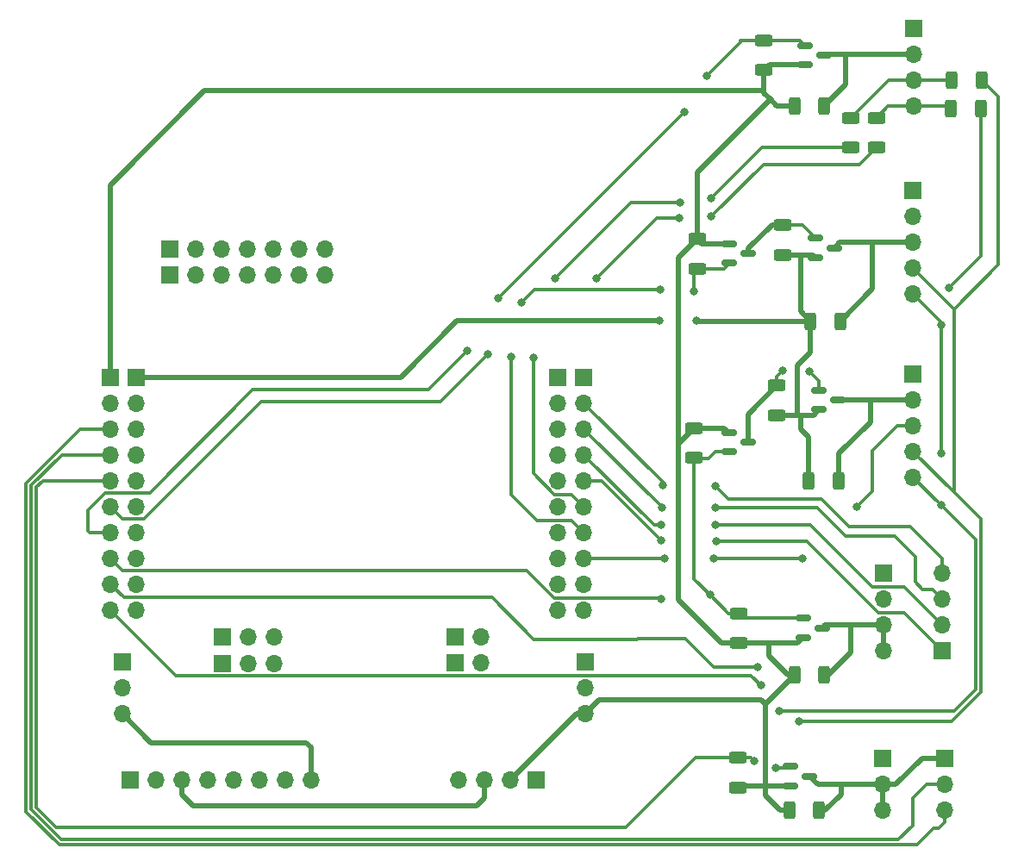
<source format=gbr>
%TF.GenerationSoftware,KiCad,Pcbnew,(6.0.9)*%
%TF.CreationDate,2023-05-03T01:49:20-07:00*%
%TF.ProjectId,Air-Quality-PCB,4169722d-5175-4616-9c69-74792d504342,rev?*%
%TF.SameCoordinates,Original*%
%TF.FileFunction,Copper,L1,Top*%
%TF.FilePolarity,Positive*%
%FSLAX46Y46*%
G04 Gerber Fmt 4.6, Leading zero omitted, Abs format (unit mm)*
G04 Created by KiCad (PCBNEW (6.0.9)) date 2023-05-03 01:49:20*
%MOMM*%
%LPD*%
G01*
G04 APERTURE LIST*
G04 Aperture macros list*
%AMRoundRect*
0 Rectangle with rounded corners*
0 $1 Rounding radius*
0 $2 $3 $4 $5 $6 $7 $8 $9 X,Y pos of 4 corners*
0 Add a 4 corners polygon primitive as box body*
4,1,4,$2,$3,$4,$5,$6,$7,$8,$9,$2,$3,0*
0 Add four circle primitives for the rounded corners*
1,1,$1+$1,$2,$3*
1,1,$1+$1,$4,$5*
1,1,$1+$1,$6,$7*
1,1,$1+$1,$8,$9*
0 Add four rect primitives between the rounded corners*
20,1,$1+$1,$2,$3,$4,$5,0*
20,1,$1+$1,$4,$5,$6,$7,0*
20,1,$1+$1,$6,$7,$8,$9,0*
20,1,$1+$1,$8,$9,$2,$3,0*%
G04 Aperture macros list end*
%TA.AperFunction,ComponentPad*%
%ADD10R,1.700000X1.700000*%
%TD*%
%TA.AperFunction,ComponentPad*%
%ADD11O,1.700000X1.700000*%
%TD*%
%TA.AperFunction,SMDPad,CuDef*%
%ADD12RoundRect,0.250000X0.312500X0.625000X-0.312500X0.625000X-0.312500X-0.625000X0.312500X-0.625000X0*%
%TD*%
%TA.AperFunction,SMDPad,CuDef*%
%ADD13RoundRect,0.250000X0.625000X-0.312500X0.625000X0.312500X-0.625000X0.312500X-0.625000X-0.312500X0*%
%TD*%
%TA.AperFunction,SMDPad,CuDef*%
%ADD14RoundRect,0.250000X-0.312500X-0.625000X0.312500X-0.625000X0.312500X0.625000X-0.312500X0.625000X0*%
%TD*%
%TA.AperFunction,SMDPad,CuDef*%
%ADD15RoundRect,0.150000X-0.587500X-0.150000X0.587500X-0.150000X0.587500X0.150000X-0.587500X0.150000X0*%
%TD*%
%TA.AperFunction,ViaPad*%
%ADD16C,0.800000*%
%TD*%
%TA.AperFunction,Conductor*%
%ADD17C,0.300000*%
%TD*%
%TA.AperFunction,Conductor*%
%ADD18C,0.500000*%
%TD*%
G04 APERTURE END LIST*
D10*
%TO.P,J11,1,Pin_1*%
%TO.N,unconnected-(J11-Pad1)*%
X156960000Y-96500000D03*
D11*
%TO.P,J11,2,Pin_2*%
%TO.N,unconnected-(J11-Pad2)*%
X156960000Y-99040000D03*
%TO.P,J11,3,Pin_3*%
%TO.N,unconnected-(J11-Pad3)*%
X156960000Y-101580000D03*
%TO.P,J11,4,Pin_4*%
%TO.N,unconnected-(J11-Pad4)*%
X156960000Y-104120000D03*
%TO.P,J11,5,Pin_5*%
%TO.N,unconnected-(J11-Pad5)*%
X156960000Y-106660000D03*
%TO.P,J11,6,Pin_6*%
%TO.N,unconnected-(J11-Pad6)*%
X156960000Y-109200000D03*
%TO.P,J11,7,Pin_7*%
%TO.N,unconnected-(J11-Pad7)*%
X156960000Y-111740000D03*
%TO.P,J11,8,Pin_8*%
%TO.N,unconnected-(J11-Pad8)*%
X156960000Y-114280000D03*
%TO.P,J11,9,Pin_9*%
%TO.N,unconnected-(J11-Pad9)*%
X156960000Y-116820000D03*
%TO.P,J11,10,Pin_10*%
%TO.N,unconnected-(J11-Pad10)*%
X156960000Y-119360000D03*
%TD*%
D10*
%TO.P,J13,1,Pin_1*%
%TO.N,GND*%
X159510000Y-96500000D03*
D11*
%TO.P,J13,2,Pin_2*%
%TO.N,ULTRA_ECHO_2*%
X159510000Y-99040000D03*
%TO.P,J13,3,Pin_3*%
%TO.N,ULTRA_TRIG_2*%
X159510000Y-101580000D03*
%TO.P,J13,4,Pin_4*%
%TO.N,ULTRA_ECHO_1*%
X159510000Y-104120000D03*
%TO.P,J13,5,Pin_5*%
%TO.N,ULTRA_TRIG_1*%
X159510000Y-106660000D03*
%TO.P,J13,6,Pin_6*%
%TO.N,I2C_1 SDA*%
X159510000Y-109200000D03*
%TO.P,J13,7,Pin_7*%
%TO.N,I2C_1 SCL*%
X159510000Y-111740000D03*
%TO.P,J13,8,Pin_8*%
%TO.N,HOT_WIRE*%
X159510000Y-114280000D03*
%TO.P,J13,9,Pin_9*%
%TO.N,unconnected-(J13-Pad9)*%
X159510000Y-116820000D03*
%TO.P,J13,10,Pin_10*%
%TO.N,unconnected-(J13-Pad10)*%
X159510000Y-119360000D03*
%TD*%
D10*
%TO.P,J5,1,Pin_1*%
%TO.N,unconnected-(J5-Pad1)*%
X123965000Y-122030000D03*
D11*
%TO.P,J5,2,Pin_2*%
%TO.N,unconnected-(J5-Pad2)*%
X126505000Y-122030000D03*
%TO.P,J5,3,Pin_3*%
%TO.N,unconnected-(J5-Pad3)*%
X129045000Y-122030000D03*
%TD*%
%TO.P,J10,2,Pin_2*%
%TO.N,unconnected-(J10-Pad2)*%
X149435000Y-121990000D03*
D10*
%TO.P,J10,1,Pin_1*%
%TO.N,unconnected-(J10-Pad1)*%
X146895000Y-121990000D03*
%TD*%
D11*
%TO.P,J12,2,Pin_2*%
%TO.N,unconnected-(J12-Pad2)*%
X149440000Y-124540000D03*
D10*
%TO.P,J12,1,Pin_1*%
%TO.N,unconnected-(J12-Pad1)*%
X146900000Y-124540000D03*
%TD*%
%TO.P,J14,1,Pin_1*%
%TO.N,GND*%
X159620000Y-124460000D03*
D11*
%TO.P,J14,2,Pin_2*%
X159620000Y-127000000D03*
%TO.P,J14,3,Pin_3*%
%TO.N,3.3V*%
X159620000Y-129540000D03*
%TD*%
D10*
%TO.P,J2,1,Pin_1*%
%TO.N,3.3V*%
X112990000Y-96480000D03*
D11*
%TO.P,J2,2,Pin_2*%
%TO.N,unconnected-(J2-Pad2)*%
X112990000Y-99020000D03*
%TO.P,J2,3,Pin_3*%
%TO.N,RX*%
X112990000Y-101560000D03*
%TO.P,J2,4,Pin_4*%
%TO.N,TX*%
X112990000Y-104100000D03*
%TO.P,J2,5,Pin_5*%
%TO.N,SMARTMESH_SLEEP*%
X112990000Y-106640000D03*
%TO.P,J2,6,Pin_6*%
%TO.N,PM_SLEEP*%
X112990000Y-109180000D03*
%TO.P,J2,7,Pin_7*%
%TO.N,CO2_SLEEP*%
X112990000Y-111720000D03*
%TO.P,J2,8,Pin_8*%
%TO.N,ANEM_SLEEP*%
X112990000Y-114260000D03*
%TO.P,J2,9,Pin_9*%
%TO.N,I2C_0 SCL*%
X112990000Y-116800000D03*
%TO.P,J2,10,Pin_10*%
%TO.N,I2C_0 SDA*%
X112990000Y-119340000D03*
%TD*%
%TO.P,J4,10,Pin_10*%
%TO.N,unconnected-(J4-Pad10)*%
X115530000Y-119340000D03*
%TO.P,J4,9,Pin_9*%
%TO.N,unconnected-(J4-Pad9)*%
X115530000Y-116800000D03*
%TO.P,J4,8,Pin_8*%
%TO.N,unconnected-(J4-Pad8)*%
X115530000Y-114260000D03*
%TO.P,J4,7,Pin_7*%
%TO.N,unconnected-(J4-Pad7)*%
X115530000Y-111720000D03*
%TO.P,J4,6,Pin_6*%
%TO.N,unconnected-(J4-Pad6)*%
X115530000Y-109180000D03*
%TO.P,J4,5,Pin_5*%
%TO.N,unconnected-(J4-Pad5)*%
X115530000Y-106640000D03*
%TO.P,J4,4,Pin_4*%
%TO.N,unconnected-(J4-Pad4)*%
X115530000Y-104100000D03*
%TO.P,J4,3,Pin_3*%
%TO.N,unconnected-(J4-Pad3)*%
X115530000Y-101560000D03*
%TO.P,J4,2,Pin_2*%
%TO.N,GND*%
X115530000Y-99020000D03*
D10*
%TO.P,J4,1,Pin_1*%
%TO.N,5V*%
X115530000Y-96480000D03*
%TD*%
%TO.P,J8,1,Pin_1*%
%TO.N,unconnected-(J8-Pad1)*%
X118835000Y-86400000D03*
D11*
%TO.P,J8,2,Pin_2*%
%TO.N,unconnected-(J8-Pad2)*%
X121375000Y-86400000D03*
%TO.P,J8,3,Pin_3*%
%TO.N,unconnected-(J8-Pad3)*%
X123915000Y-86400000D03*
%TO.P,J8,4,Pin_4*%
%TO.N,unconnected-(J8-Pad4)*%
X126455000Y-86400000D03*
%TO.P,J8,5,Pin_5*%
%TO.N,unconnected-(J8-Pad5)*%
X128995000Y-86400000D03*
%TO.P,J8,6,Pin_6*%
%TO.N,unconnected-(J8-Pad6)*%
X131535000Y-86400000D03*
%TO.P,J8,7,Pin_7*%
%TO.N,unconnected-(J8-Pad7)*%
X134075000Y-86400000D03*
%TD*%
D10*
%TO.P,J7,1,Pin_1*%
%TO.N,unconnected-(J7-Pad1)*%
X118850000Y-83870000D03*
D11*
%TO.P,J7,2,Pin_2*%
%TO.N,unconnected-(J7-Pad2)*%
X121390000Y-83870000D03*
%TO.P,J7,3,Pin_3*%
%TO.N,unconnected-(J7-Pad3)*%
X123930000Y-83870000D03*
%TO.P,J7,4,Pin_4*%
%TO.N,unconnected-(J7-Pad4)*%
X126470000Y-83870000D03*
%TO.P,J7,5,Pin_5*%
%TO.N,unconnected-(J7-Pad5)*%
X129010000Y-83870000D03*
%TO.P,J7,6,Pin_6*%
%TO.N,unconnected-(J7-Pad6)*%
X131550000Y-83870000D03*
%TO.P,J7,7,Pin_7*%
%TO.N,unconnected-(J7-Pad7)*%
X134090000Y-83870000D03*
%TD*%
D10*
%TO.P,J1,1,Pin_1*%
%TO.N,GND*%
X114160000Y-124460000D03*
D11*
%TO.P,J1,2,Pin_2*%
X114160000Y-127000000D03*
%TO.P,J1,3,Pin_3*%
%TO.N,5V+*%
X114160000Y-129540000D03*
%TD*%
D12*
%TO.P,R15,2*%
%TO.N,Net-(J17-Pad3)*%
X195647500Y-67290000D03*
%TO.P,R15,1*%
%TO.N,I2C_0 SCL*%
X198572500Y-67290000D03*
%TD*%
D13*
%TO.P,R13,2*%
%TO.N,Net-(J17-Pad3)*%
X185760000Y-71007500D03*
%TO.P,R13,1*%
%TO.N,I2C_1 SCL*%
X185760000Y-73932500D03*
%TD*%
D14*
%TO.P,R5,2*%
%TO.N,Net-(J15-Pad2)*%
X182592500Y-139040000D03*
%TO.P,R5,1*%
%TO.N,3.3V*%
X179667500Y-139040000D03*
%TD*%
D10*
%TO.P,J16,1,Pin_1*%
%TO.N,GND*%
X188920000Y-115770000D03*
D11*
%TO.P,J16,2,Pin_2*%
X188920000Y-118310000D03*
%TO.P,J16,3,Pin_3*%
%TO.N,Net-(J16-Pad3)*%
X188920000Y-120850000D03*
%TO.P,J16,4,Pin_4*%
X188920000Y-123390000D03*
%TD*%
D14*
%TO.P,R12,1*%
%TO.N,5V*%
X181607500Y-106680000D03*
%TO.P,R12,2*%
%TO.N,Net-(J18-Pad2)*%
X184532500Y-106680000D03*
%TD*%
D10*
%TO.P,J20,1,Pin_1*%
%TO.N,ULTRA_TRIG_1*%
X194700000Y-123340000D03*
D11*
%TO.P,J20,2,Pin_2*%
%TO.N,ULTRA_ECHO_1*%
X194700000Y-120800000D03*
%TO.P,J20,3,Pin_3*%
%TO.N,ULTRA_TRIG_2*%
X194700000Y-118260000D03*
%TO.P,J20,4,Pin_4*%
%TO.N,ULTRA_ECHO_2*%
X194700000Y-115720000D03*
%TD*%
D15*
%TO.P,Q5,3,D*%
%TO.N,Net-(J17-Pad2)*%
X183087500Y-64820000D03*
%TO.P,Q5,2,S*%
%TO.N,3.3V*%
X181212500Y-65770000D03*
%TO.P,Q5,1,G*%
%TO.N,CO2_SLEEP*%
X181212500Y-63870000D03*
%TD*%
D13*
%TO.P,R14,2*%
%TO.N,Net-(J17-Pad4)*%
X188250000Y-71007500D03*
%TO.P,R14,1*%
%TO.N,I2C_1 SDA*%
X188250000Y-73932500D03*
%TD*%
D14*
%TO.P,R3,1*%
%TO.N,3.3V*%
X180177500Y-125730000D03*
%TO.P,R3,2*%
%TO.N,Net-(J16-Pad3)*%
X183102500Y-125730000D03*
%TD*%
D11*
%TO.P,J3,8,Pin_8*%
%TO.N,5V+*%
X132695000Y-136090000D03*
%TO.P,J3,7,Pin_7*%
%TO.N,GND*%
X130155000Y-136090000D03*
%TO.P,J3,6,Pin_6*%
%TO.N,unconnected-(J3-Pad6)*%
X127615000Y-136090000D03*
%TO.P,J3,5,Pin_5*%
%TO.N,GND*%
X125075000Y-136090000D03*
%TO.P,J3,4,Pin_4*%
%TO.N,unconnected-(J3-Pad4)*%
X122535000Y-136090000D03*
%TO.P,J3,3,Pin_3*%
%TO.N,BAT*%
X119995000Y-136090000D03*
%TO.P,J3,2,Pin_2*%
%TO.N,GND*%
X117455000Y-136090000D03*
D10*
%TO.P,J3,1,Pin_1*%
%TO.N,unconnected-(J3-Pad1)*%
X114915000Y-136090000D03*
%TD*%
D15*
%TO.P,Q2,1,G*%
%TO.N,SMARTMESH_SLEEP*%
X179822500Y-134730000D03*
%TO.P,Q2,2,S*%
%TO.N,3.3V*%
X179822500Y-136630000D03*
%TO.P,Q2,3,D*%
%TO.N,Net-(J15-Pad2)*%
X181697500Y-135680000D03*
%TD*%
D13*
%TO.P,R6,1*%
%TO.N,ANEM_SLEEP*%
X170330000Y-104392500D03*
%TO.P,R6,2*%
%TO.N,3.3V*%
X170330000Y-101467500D03*
%TD*%
D15*
%TO.P,Q6,1,G*%
%TO.N,Net-(Q3-Pad3)*%
X182232500Y-82820000D03*
%TO.P,Q6,2,S*%
%TO.N,5V*%
X182232500Y-84720000D03*
%TO.P,Q6,3,D*%
%TO.N,Net-(J19-Pad3)*%
X184107500Y-83770000D03*
%TD*%
%TO.P,Q1,1,G*%
%TO.N,ANEM_SLEEP*%
X181042500Y-120170000D03*
%TO.P,Q1,2,S*%
%TO.N,3.3V*%
X181042500Y-122070000D03*
%TO.P,Q1,3,D*%
%TO.N,Net-(J16-Pad3)*%
X182917500Y-121120000D03*
%TD*%
D10*
%TO.P,J21,1,Pin_1*%
%TO.N,Net-(J15-Pad2)*%
X194960000Y-133915000D03*
D11*
%TO.P,J21,2,Pin_2*%
%TO.N,TX*%
X194960000Y-136455000D03*
%TO.P,J21,3,Pin_3*%
%TO.N,RX*%
X194960000Y-138995000D03*
%TD*%
D10*
%TO.P,J15,1,Pin_1*%
%TO.N,GND*%
X188880000Y-133955000D03*
D11*
%TO.P,J15,2,Pin_2*%
%TO.N,Net-(J15-Pad2)*%
X188880000Y-136495000D03*
%TO.P,J15,3,Pin_3*%
X188880000Y-139035000D03*
%TD*%
D13*
%TO.P,R11,1*%
%TO.N,5V*%
X178460000Y-100212500D03*
%TO.P,R11,2*%
%TO.N,Net-(Q4-Pad3)*%
X178460000Y-97287500D03*
%TD*%
D15*
%TO.P,Q7,1,G*%
%TO.N,Net-(Q4-Pad3)*%
X182602500Y-97780000D03*
%TO.P,Q7,2,S*%
%TO.N,5V*%
X182602500Y-99680000D03*
%TO.P,Q7,3,D*%
%TO.N,Net-(J18-Pad2)*%
X184477500Y-98730000D03*
%TD*%
D10*
%TO.P,J19,1,Pin_1*%
%TO.N,GND*%
X191815000Y-78150000D03*
D11*
%TO.P,J19,2,Pin_2*%
X191815000Y-80690000D03*
%TO.P,J19,3,Pin_3*%
%TO.N,Net-(J19-Pad3)*%
X191815000Y-83230000D03*
%TO.P,J19,4,Pin_4*%
%TO.N,I2C_0 SCL*%
X191815000Y-85770000D03*
%TO.P,J19,5,Pin_5*%
%TO.N,I2C_0 SDA*%
X191815000Y-88310000D03*
%TD*%
D15*
%TO.P,Q3,1,G*%
%TO.N,3.3V*%
X173812500Y-83380000D03*
%TO.P,Q3,2,S*%
%TO.N,PM_SLEEP*%
X173812500Y-85280000D03*
%TO.P,Q3,3,D*%
%TO.N,Net-(Q3-Pad3)*%
X175687500Y-84330000D03*
%TD*%
D12*
%TO.P,R16,1*%
%TO.N,I2C_0 SDA*%
X198502500Y-70080000D03*
%TO.P,R16,2*%
%TO.N,Net-(J17-Pad4)*%
X195577500Y-70080000D03*
%TD*%
D14*
%TO.P,R9,2*%
%TO.N,Net-(J17-Pad2)*%
X183112500Y-69800000D03*
%TO.P,R9,1*%
%TO.N,3.3V*%
X180187500Y-69800000D03*
%TD*%
D13*
%TO.P,R7,2*%
%TO.N,CO2_SLEEP*%
X177200000Y-63387500D03*
%TO.P,R7,1*%
%TO.N,3.3V*%
X177200000Y-66312500D03*
%TD*%
D10*
%TO.P,J18,1,Pin_1*%
%TO.N,GND*%
X191835000Y-96140000D03*
D11*
%TO.P,J18,2,Pin_2*%
%TO.N,Net-(J18-Pad2)*%
X191835000Y-98680000D03*
%TO.P,J18,3,Pin_3*%
%TO.N,HOT_WIRE*%
X191835000Y-101220000D03*
%TO.P,J18,4,Pin_4*%
%TO.N,I2C_0 SCL*%
X191835000Y-103760000D03*
%TO.P,J18,5,Pin_5*%
%TO.N,I2C_0 SDA*%
X191835000Y-106300000D03*
%TD*%
D14*
%TO.P,R10,1*%
%TO.N,5V*%
X181767500Y-90970000D03*
%TO.P,R10,2*%
%TO.N,Net-(J19-Pad3)*%
X184692500Y-90970000D03*
%TD*%
D11*
%TO.P,J17,4,Pin_4*%
%TO.N,Net-(J17-Pad4)*%
X191920000Y-69880000D03*
%TO.P,J17,3,Pin_3*%
%TO.N,Net-(J17-Pad3)*%
X191920000Y-67340000D03*
%TO.P,J17,2,Pin_2*%
%TO.N,Net-(J17-Pad2)*%
X191920000Y-64800000D03*
D10*
%TO.P,J17,1,Pin_1*%
%TO.N,GND*%
X191920000Y-62260000D03*
%TD*%
%TO.P,J9,1,Pin_1*%
%TO.N,GND*%
X154820000Y-136090000D03*
D11*
%TO.P,J9,2,Pin_2*%
%TO.N,3.3V*%
X152280000Y-136090000D03*
%TO.P,J9,3,Pin_3*%
%TO.N,BAT*%
X149740000Y-136090000D03*
%TO.P,J9,4,Pin_4*%
%TO.N,unconnected-(J9-Pad4)*%
X147200000Y-136090000D03*
%TD*%
D13*
%TO.P,R1,1*%
%TO.N,3.3V*%
X174720000Y-122602500D03*
%TO.P,R1,2*%
%TO.N,ANEM_SLEEP*%
X174720000Y-119677500D03*
%TD*%
%TO.P,R8,1*%
%TO.N,5V*%
X179020000Y-84462500D03*
%TO.P,R8,2*%
%TO.N,Net-(Q3-Pad3)*%
X179020000Y-81537500D03*
%TD*%
%TO.P,R2,1*%
%TO.N,3.3V*%
X174630000Y-136772500D03*
%TO.P,R2,2*%
%TO.N,SMARTMESH_SLEEP*%
X174630000Y-133847500D03*
%TD*%
D15*
%TO.P,Q4,1,G*%
%TO.N,3.3V*%
X173742500Y-101910000D03*
%TO.P,Q4,2,S*%
%TO.N,ANEM_SLEEP*%
X173742500Y-103810000D03*
%TO.P,Q4,3,D*%
%TO.N,Net-(Q4-Pad3)*%
X175617500Y-102860000D03*
%TD*%
D11*
%TO.P,J6,3,Pin_3*%
%TO.N,unconnected-(J6-Pad3)*%
X129055000Y-124580000D03*
%TO.P,J6,2,Pin_2*%
%TO.N,unconnected-(J6-Pad2)*%
X126515000Y-124580000D03*
D10*
%TO.P,J6,1,Pin_1*%
%TO.N,unconnected-(J6-Pad1)*%
X123975000Y-124580000D03*
%TD*%
D13*
%TO.P,R4,1*%
%TO.N,PM_SLEEP*%
X170610000Y-85822500D03*
%TO.P,R4,2*%
%TO.N,3.3V*%
X170610000Y-82897500D03*
%TD*%
D16*
%TO.N,CO2_SLEEP*%
X169370000Y-70470000D03*
X171620000Y-66860000D03*
%TO.N,ANEM_SLEEP*%
X171885000Y-117835000D03*
X167070000Y-118300000D03*
%TO.N,I2C_0 SDA*%
X194620000Y-91340000D03*
X195370000Y-87730000D03*
%TO.N,I2C_1 SCL*%
X172030000Y-78880000D03*
X168960000Y-79290000D03*
X156710000Y-86730000D03*
X152400000Y-94440000D03*
%TO.N,I2C_1 SDA*%
X172040000Y-80710000D03*
X168900000Y-80830000D03*
X160750000Y-86780000D03*
X154540000Y-94520000D03*
%TO.N,PM_SLEEP*%
X170320000Y-88000000D03*
X153400000Y-89160000D03*
X150090000Y-94210000D03*
X167020000Y-87910000D03*
%TO.N,CO2_SLEEP*%
X151130000Y-88710000D03*
X148040000Y-93910000D03*
%TO.N,HOT_WIRE*%
X186300000Y-109210000D03*
X172280000Y-114290000D03*
X181000000Y-114290000D03*
X167470000Y-114300000D03*
%TO.N,I2C_0 SDA*%
X194602500Y-109067500D03*
X194620000Y-104000000D03*
%TO.N,I2C_0 SCL*%
X180610000Y-130310000D03*
X176560000Y-124990000D03*
%TO.N,I2C_0 SDA*%
X178710000Y-129300000D03*
X176900000Y-126760000D03*
%TO.N,5V*%
X166950000Y-90930000D03*
X170580000Y-90950000D03*
%TO.N,ULTRA_ECHO_2*%
X167230000Y-107120000D03*
X172390000Y-107150000D03*
%TO.N,ULTRA_TRIG_2*%
X172410000Y-109300000D03*
X167180000Y-109300000D03*
%TO.N,ULTRA_ECHO_1*%
X172460000Y-111010000D03*
X167110000Y-110990000D03*
%TO.N,ULTRA_TRIG_1*%
X172500000Y-112590000D03*
X167070000Y-112470000D03*
%TO.N,Net-(Q4-Pad3)*%
X179060000Y-95850000D03*
X181620000Y-95900000D03*
%TO.N,SMARTMESH_SLEEP*%
X178320000Y-134830000D03*
X176230000Y-134210000D03*
%TD*%
D17*
%TO.N,CO2_SLEEP*%
X174892500Y-63587500D02*
X171620000Y-66860000D01*
X174892500Y-63387500D02*
X174892500Y-63587500D01*
D18*
%TO.N,3.3V*%
X122250000Y-68340000D02*
X177080000Y-68340000D01*
X177080000Y-68340000D02*
X177200000Y-68220000D01*
X112990000Y-96480000D02*
X112990000Y-77600000D01*
X177200000Y-68220000D02*
X177200000Y-66312500D01*
X177200000Y-68560000D02*
X177200000Y-68220000D01*
X112990000Y-77600000D02*
X122250000Y-68340000D01*
D17*
%TO.N,ANEM_SLEEP*%
X171885000Y-117835000D02*
X170330000Y-116280000D01*
X173727500Y-119677500D02*
X171885000Y-117835000D01*
X156602943Y-118160000D02*
X166930000Y-118160000D01*
X153902943Y-115460000D02*
X156602943Y-118160000D01*
X114190000Y-115460000D02*
X153902943Y-115460000D01*
X166930000Y-118160000D02*
X167070000Y-118300000D01*
X112990000Y-114260000D02*
X114190000Y-115460000D01*
%TO.N,I2C_0 SDA*%
X198502500Y-84597500D02*
X195370000Y-87730000D01*
X198502500Y-70080000D02*
X198502500Y-84597500D01*
X194620000Y-91115000D02*
X194620000Y-91340000D01*
X194620000Y-91340000D02*
X194620000Y-104000000D01*
%TO.N,I2C_0 SCL*%
X195842500Y-89797500D02*
X200190000Y-85450000D01*
X200190000Y-85450000D02*
X200190000Y-68907500D01*
X200190000Y-68907500D02*
X198572500Y-67290000D01*
%TO.N,I2C_1 SCL*%
X176977500Y-73932500D02*
X185760000Y-73932500D01*
X172030000Y-78880000D02*
X176977500Y-73932500D01*
X156710000Y-86730000D02*
X164150000Y-79290000D01*
X164150000Y-79290000D02*
X168960000Y-79290000D01*
X154600000Y-110250000D02*
X152400000Y-108050000D01*
X154890000Y-110540000D02*
X154600000Y-110250000D01*
X158310000Y-110540000D02*
X154890000Y-110540000D01*
X152400000Y-108050000D02*
X152400000Y-94440000D01*
X159510000Y-111740000D02*
X158310000Y-110540000D01*
%TO.N,I2C_1 SDA*%
X186592500Y-75590000D02*
X188250000Y-73932500D01*
X177160000Y-75590000D02*
X186592500Y-75590000D01*
%TO.N,Net-(J17-Pad3)*%
X189427500Y-67340000D02*
X191920000Y-67340000D01*
X185760000Y-71007500D02*
X189427500Y-67340000D01*
%TO.N,Net-(J17-Pad4)*%
X189377500Y-69880000D02*
X188250000Y-71007500D01*
X191920000Y-69880000D02*
X189377500Y-69880000D01*
%TO.N,Net-(J17-Pad3)*%
X195647500Y-67290000D02*
X195597500Y-67340000D01*
X195597500Y-67340000D02*
X191920000Y-67340000D01*
%TO.N,Net-(J17-Pad4)*%
X195377500Y-69880000D02*
X191920000Y-69880000D01*
X195577500Y-70080000D02*
X195377500Y-69880000D01*
%TO.N,I2C_1 SDA*%
X172040000Y-80710000D02*
X177160000Y-75590000D01*
X166700000Y-80830000D02*
X168900000Y-80830000D01*
X160750000Y-86780000D02*
X166700000Y-80830000D01*
X154540000Y-105937057D02*
X154540000Y-94520000D01*
X156602943Y-108000000D02*
X154540000Y-105937057D01*
X158310000Y-108000000D02*
X156602943Y-108000000D01*
X159510000Y-109200000D02*
X158310000Y-108000000D01*
%TO.N,PM_SLEEP*%
X170320000Y-86112500D02*
X170610000Y-85822500D01*
X154650000Y-87910000D02*
X167020000Y-87910000D01*
X170320000Y-88000000D02*
X170320000Y-86112500D01*
X153400000Y-89160000D02*
X154650000Y-87910000D01*
X144740000Y-98850000D02*
X145450000Y-98850000D01*
X127840000Y-98850000D02*
X144740000Y-98850000D01*
X125930000Y-100760000D02*
X127840000Y-98850000D01*
X145450000Y-98850000D02*
X150090000Y-94210000D01*
X112990000Y-109180000D02*
X114190000Y-110380000D01*
X114190000Y-110380000D02*
X116310000Y-110380000D01*
X116310000Y-110380000D02*
X125930000Y-100760000D01*
%TO.N,CO2_SLEEP*%
X174892500Y-63387500D02*
X177200000Y-63387500D01*
X151130000Y-88710000D02*
X169370000Y-70470000D01*
X116860000Y-107870000D02*
X127000000Y-97730000D01*
X144220000Y-97730000D02*
X148040000Y-93910000D01*
X110800000Y-109532943D02*
X112462943Y-107870000D01*
X127000000Y-97730000D02*
X144220000Y-97730000D01*
X110800000Y-111560000D02*
X110800000Y-109532943D01*
X110960000Y-111720000D02*
X110800000Y-111560000D01*
X112462943Y-107870000D02*
X116860000Y-107870000D01*
X112990000Y-111720000D02*
X110960000Y-111720000D01*
%TO.N,HOT_WIRE*%
X190320000Y-101220000D02*
X191835000Y-101220000D01*
X186300000Y-109210000D02*
X187830000Y-107680000D01*
X172280000Y-114290000D02*
X181000000Y-114290000D01*
X187830000Y-107680000D02*
X187830000Y-103710000D01*
X167450000Y-114280000D02*
X167470000Y-114300000D01*
X159510000Y-114280000D02*
X167450000Y-114280000D01*
X187830000Y-103710000D02*
X190320000Y-101220000D01*
%TO.N,I2C_0 SDA*%
X194602500Y-109067500D02*
X191835000Y-106300000D01*
X197990000Y-112455000D02*
X194602500Y-109067500D01*
X191815000Y-88310000D02*
X194620000Y-91115000D01*
%TO.N,I2C_0 SCL*%
X195842500Y-89797500D02*
X191815000Y-85770000D01*
X195842500Y-107767500D02*
X191835000Y-103760000D01*
X198490000Y-110415000D02*
X195842500Y-107767500D01*
X195842500Y-107767500D02*
X195842500Y-89797500D01*
X198490000Y-127407106D02*
X198490000Y-110415000D01*
X180610000Y-130310000D02*
X195587106Y-130310000D01*
X172260000Y-124990000D02*
X176560000Y-124990000D01*
X171670000Y-124400000D02*
X172260000Y-124990000D01*
X169430000Y-122160000D02*
X171670000Y-124400000D01*
X164820000Y-122160000D02*
X169430000Y-122160000D01*
X154580000Y-122240000D02*
X164740000Y-122240000D01*
X150480000Y-118140000D02*
X154580000Y-122240000D01*
X114330000Y-118140000D02*
X150480000Y-118140000D01*
X164740000Y-122240000D02*
X164820000Y-122160000D01*
X112990000Y-116800000D02*
X114330000Y-118140000D01*
X195587106Y-130310000D02*
X198490000Y-127407106D01*
%TO.N,I2C_0 SDA*%
X197990000Y-127200000D02*
X197990000Y-112455000D01*
X195890000Y-129300000D02*
X197990000Y-127200000D01*
X178710000Y-129300000D02*
X195890000Y-129300000D01*
X175930000Y-125790000D02*
X176900000Y-126760000D01*
X119440000Y-125790000D02*
X175930000Y-125790000D01*
X112990000Y-119340000D02*
X119440000Y-125790000D01*
D18*
%TO.N,5V*%
X141520000Y-96480000D02*
X115530000Y-96480000D01*
X147070000Y-90930000D02*
X141520000Y-96480000D01*
X166950000Y-90930000D02*
X147070000Y-90930000D01*
X170600000Y-90970000D02*
X170580000Y-90950000D01*
X181767500Y-90970000D02*
X170600000Y-90970000D01*
D17*
%TO.N,ULTRA_ECHO_2*%
X194700000Y-114270000D02*
X194700000Y-115720000D01*
X191570000Y-111140000D02*
X194700000Y-114270000D01*
X185530000Y-111140000D02*
X191570000Y-111140000D01*
X182860000Y-108470000D02*
X185530000Y-111140000D01*
X173710000Y-108470000D02*
X182860000Y-108470000D01*
X172390000Y-107150000D02*
X173710000Y-108470000D01*
X167230000Y-106760000D02*
X167230000Y-107120000D01*
X159510000Y-99040000D02*
X167230000Y-106760000D01*
%TO.N,ULTRA_TRIG_2*%
X193750000Y-117310000D02*
X194700000Y-118260000D01*
X192750000Y-117310000D02*
X193750000Y-117310000D01*
X192030000Y-116590000D02*
X192750000Y-117310000D01*
X192030000Y-114080000D02*
X192030000Y-116590000D01*
X190020000Y-112070000D02*
X192030000Y-114080000D01*
X185220000Y-112070000D02*
X190020000Y-112070000D01*
X182450000Y-109300000D02*
X185220000Y-112070000D01*
X172410000Y-109300000D02*
X182450000Y-109300000D01*
X167180000Y-109250000D02*
X167180000Y-109300000D01*
X159510000Y-101580000D02*
X167180000Y-109250000D01*
%TO.N,ULTRA_ECHO_1*%
X191010000Y-117110000D02*
X194700000Y-120800000D01*
X187860000Y-117110000D02*
X191010000Y-117110000D01*
X181760000Y-111010000D02*
X187860000Y-117110000D01*
X166380000Y-110990000D02*
X167110000Y-110990000D01*
X172460000Y-111010000D02*
X181760000Y-111010000D01*
X159510000Y-104120000D02*
X166380000Y-110990000D01*
%TO.N,ULTRA_TRIG_1*%
X191010000Y-119650000D02*
X194700000Y-123340000D01*
X188430000Y-119650000D02*
X191010000Y-119650000D01*
X161260000Y-106660000D02*
X167070000Y-112470000D01*
X172500000Y-112590000D02*
X181370000Y-112590000D01*
X181370000Y-112590000D02*
X188430000Y-119650000D01*
X159510000Y-106660000D02*
X161260000Y-106660000D01*
%TO.N,CO2_SLEEP*%
X180730000Y-63387500D02*
X181212500Y-63870000D01*
X177200000Y-63387500D02*
X180730000Y-63387500D01*
D18*
%TO.N,3.3V*%
X170610000Y-76360000D02*
X177805000Y-69165000D01*
X170610000Y-82897500D02*
X170610000Y-76360000D01*
X177805000Y-69165000D02*
X177200000Y-68560000D01*
X178440000Y-69800000D02*
X177805000Y-69165000D01*
X177742500Y-65770000D02*
X177200000Y-66312500D01*
X181212500Y-65770000D02*
X177742500Y-65770000D01*
X180187500Y-69800000D02*
X178440000Y-69800000D01*
%TO.N,Net-(J17-Pad2)*%
X185180000Y-67732500D02*
X185180000Y-64800000D01*
X185180000Y-64800000D02*
X191920000Y-64800000D01*
X183112500Y-69800000D02*
X185180000Y-67732500D01*
X183107500Y-64800000D02*
X185180000Y-64800000D01*
X183087500Y-64820000D02*
X183107500Y-64800000D01*
D17*
%TO.N,Net-(Q3-Pad3)*%
X180950000Y-81537500D02*
X182232500Y-82820000D01*
X179020000Y-81537500D02*
X180950000Y-81537500D01*
%TO.N,PM_SLEEP*%
X170610000Y-85822500D02*
X173270000Y-85822500D01*
X173270000Y-85822500D02*
X173812500Y-85280000D01*
D18*
%TO.N,3.3V*%
X171092500Y-83380000D02*
X170610000Y-82897500D01*
X173812500Y-83380000D02*
X171092500Y-83380000D01*
X168790000Y-84717500D02*
X170610000Y-82897500D01*
X168790000Y-103007500D02*
X168790000Y-84717500D01*
D17*
%TO.N,Net-(Q4-Pad3)*%
X182550000Y-97727500D02*
X182602500Y-97780000D01*
X182550000Y-96830000D02*
X182550000Y-97727500D01*
X181620000Y-95900000D02*
X182550000Y-96830000D01*
X178460000Y-96450000D02*
X179060000Y-95850000D01*
X178460000Y-97287500D02*
X178460000Y-96450000D01*
D18*
%TO.N,5V*%
X180487500Y-95292500D02*
X180487500Y-100212500D01*
X181767500Y-94012500D02*
X180487500Y-95292500D01*
X181767500Y-90970000D02*
X181767500Y-94012500D01*
X178460000Y-100212500D02*
X180487500Y-100212500D01*
X180487500Y-100212500D02*
X180997500Y-100212500D01*
X180817500Y-90020000D02*
X180817500Y-84462500D01*
X181767500Y-90970000D02*
X180817500Y-90020000D01*
X180817500Y-84462500D02*
X181975000Y-84462500D01*
X179020000Y-84462500D02*
X180817500Y-84462500D01*
%TO.N,Net-(J19-Pad3)*%
X187860000Y-87802500D02*
X187860000Y-83230000D01*
X184692500Y-90970000D02*
X187860000Y-87802500D01*
X184647500Y-83230000D02*
X187860000Y-83230000D01*
X187860000Y-83230000D02*
X191815000Y-83230000D01*
X184107500Y-83770000D02*
X184647500Y-83230000D01*
%TO.N,5V*%
X181975000Y-84462500D02*
X182232500Y-84720000D01*
%TO.N,Net-(Q3-Pad3)*%
X175687500Y-83832500D02*
X177982500Y-81537500D01*
X175687500Y-84330000D02*
X175687500Y-83832500D01*
X177982500Y-81537500D02*
X179020000Y-81537500D01*
%TO.N,3.3V*%
X168790000Y-118380000D02*
X173012500Y-122602500D01*
X168790000Y-103007500D02*
X168790000Y-118380000D01*
X173012500Y-122602500D02*
X174720000Y-122602500D01*
X170330000Y-101467500D02*
X168790000Y-103007500D01*
D17*
%TO.N,ANEM_SLEEP*%
X170330000Y-116280000D02*
X170330000Y-104392500D01*
X174720000Y-119677500D02*
X173727500Y-119677500D01*
X170417500Y-104480000D02*
X170330000Y-104392500D01*
X171770000Y-104480000D02*
X170417500Y-104480000D01*
X172440000Y-103810000D02*
X171770000Y-104480000D01*
X173742500Y-103810000D02*
X172440000Y-103810000D01*
D18*
%TO.N,Net-(J18-Pad2)*%
X187640000Y-98870000D02*
X187450000Y-98680000D01*
X187640000Y-100880000D02*
X187640000Y-98870000D01*
X184527500Y-98680000D02*
X187450000Y-98680000D01*
X184532500Y-103987500D02*
X187640000Y-100880000D01*
X184532500Y-106680000D02*
X184532500Y-103987500D01*
X187450000Y-98680000D02*
X191835000Y-98680000D01*
X184477500Y-98730000D02*
X184527500Y-98680000D01*
%TO.N,5V*%
X180810000Y-101570000D02*
X180810000Y-100400000D01*
X180997500Y-100212500D02*
X182070000Y-100212500D01*
X181607500Y-102367500D02*
X180810000Y-101570000D01*
X181607500Y-106680000D02*
X181607500Y-102367500D01*
X180810000Y-100400000D02*
X180997500Y-100212500D01*
X182070000Y-100212500D02*
X182602500Y-99680000D01*
%TO.N,Net-(Q4-Pad3)*%
X175617500Y-100130000D02*
X178460000Y-97287500D01*
X175617500Y-102860000D02*
X175617500Y-100130000D01*
%TO.N,3.3V*%
X173300000Y-101467500D02*
X173742500Y-101910000D01*
X170330000Y-101467500D02*
X173300000Y-101467500D01*
X176882500Y-128170000D02*
X177310000Y-128597500D01*
X160990000Y-128170000D02*
X176882500Y-128170000D01*
X159620000Y-129540000D02*
X160990000Y-128170000D01*
D17*
%TO.N,SMARTMESH_SLEEP*%
X175867500Y-133847500D02*
X176230000Y-134210000D01*
X178320000Y-134830000D02*
X179722500Y-134830000D01*
X174630000Y-133847500D02*
X175867500Y-133847500D01*
X179722500Y-134830000D02*
X179822500Y-134730000D01*
D18*
%TO.N,3.3V*%
X177310000Y-128597500D02*
X177310000Y-136630000D01*
X180177500Y-125730000D02*
X177310000Y-128597500D01*
D17*
%TO.N,ANEM_SLEEP*%
X174720000Y-119677500D02*
X175212500Y-120170000D01*
X175212500Y-120170000D02*
X181042500Y-120170000D01*
D18*
%TO.N,Net-(J16-Pad3)*%
X183500000Y-125730000D02*
X185730000Y-123500000D01*
X185730000Y-123500000D02*
X185730000Y-120850000D01*
X183102500Y-125730000D02*
X183500000Y-125730000D01*
X185730000Y-120850000D02*
X188920000Y-120850000D01*
X183187500Y-120850000D02*
X185730000Y-120850000D01*
X188920000Y-120850000D02*
X188920000Y-123390000D01*
X182917500Y-121120000D02*
X183187500Y-120850000D01*
%TO.N,3.3V*%
X179530000Y-125730000D02*
X177652500Y-123852500D01*
X177652500Y-123852500D02*
X177652500Y-122602500D01*
X180177500Y-125730000D02*
X179530000Y-125730000D01*
X177652500Y-122602500D02*
X180510000Y-122602500D01*
X174720000Y-122602500D02*
X177652500Y-122602500D01*
X180510000Y-122602500D02*
X181042500Y-122070000D01*
X178810000Y-139040000D02*
X177310000Y-137540000D01*
X177310000Y-137540000D02*
X177310000Y-136630000D01*
X179667500Y-139040000D02*
X178810000Y-139040000D01*
X177310000Y-136630000D02*
X174772500Y-136630000D01*
X179822500Y-136630000D02*
X177310000Y-136630000D01*
%TO.N,Net-(J15-Pad2)*%
X184755000Y-137465000D02*
X184755000Y-136495000D01*
X183180000Y-139040000D02*
X184755000Y-137465000D01*
X182592500Y-139040000D02*
X183180000Y-139040000D01*
X184755000Y-136495000D02*
X188880000Y-136495000D01*
X182512500Y-136495000D02*
X184755000Y-136495000D01*
X192725000Y-133915000D02*
X194960000Y-133915000D01*
X190145000Y-136495000D02*
X192725000Y-133915000D01*
X188880000Y-136495000D02*
X190145000Y-136495000D01*
X188880000Y-139035000D02*
X188880000Y-136495000D01*
X181697500Y-135680000D02*
X182512500Y-136495000D01*
D17*
%TO.N,RX*%
X194960000Y-140210000D02*
X194960000Y-138995000D01*
X194370000Y-140800000D02*
X194960000Y-140210000D01*
X193890000Y-140800000D02*
X194370000Y-140800000D01*
X192270000Y-142420000D02*
X193890000Y-140800000D01*
X107975788Y-142420000D02*
X192270000Y-142420000D01*
X104700000Y-139144212D02*
X107975788Y-142420000D01*
X104700000Y-106915788D02*
X104700000Y-139144212D01*
X110055788Y-101560000D02*
X104700000Y-106915788D01*
X112990000Y-101560000D02*
X110055788Y-101560000D01*
%TO.N,TX*%
X193145000Y-136455000D02*
X194960000Y-136455000D01*
X191800000Y-140500000D02*
X191800000Y-137800000D01*
X190380000Y-141920000D02*
X191800000Y-140500000D01*
X105230000Y-107092894D02*
X105230000Y-138967106D01*
X191800000Y-137800000D02*
X193145000Y-136455000D01*
X108222894Y-104100000D02*
X105230000Y-107092894D01*
X112990000Y-104100000D02*
X108222894Y-104100000D01*
X108182894Y-141920000D02*
X190380000Y-141920000D01*
X105230000Y-138967106D02*
X108182894Y-141920000D01*
%TO.N,SMARTMESH_SLEEP*%
X170472500Y-133847500D02*
X174630000Y-133847500D01*
X163630000Y-140690000D02*
X170472500Y-133847500D01*
X107660000Y-140690000D02*
X163630000Y-140690000D01*
X105730000Y-138760000D02*
X107660000Y-140690000D01*
X105730000Y-107300000D02*
X105730000Y-138760000D01*
X106390000Y-106640000D02*
X105730000Y-107300000D01*
X112990000Y-106640000D02*
X106390000Y-106640000D01*
D18*
%TO.N,3.3V*%
X174772500Y-136630000D02*
X174630000Y-136772500D01*
%TO.N,BAT*%
X121130000Y-138600000D02*
X119995000Y-137465000D01*
X148940000Y-138600000D02*
X121130000Y-138600000D01*
X149740000Y-137800000D02*
X148940000Y-138600000D01*
X149740000Y-136090000D02*
X149740000Y-137800000D01*
X119995000Y-137465000D02*
X119995000Y-136090000D01*
%TO.N,3.3V*%
X152280000Y-136090000D02*
X158830000Y-129540000D01*
X158830000Y-129540000D02*
X159620000Y-129540000D01*
%TO.N,5V+*%
X132220000Y-132390000D02*
X117010000Y-132390000D01*
X132695000Y-132865000D02*
X132220000Y-132390000D01*
X117010000Y-132390000D02*
X114160000Y-129540000D01*
X132695000Y-136090000D02*
X132695000Y-132865000D01*
%TD*%
M02*

</source>
